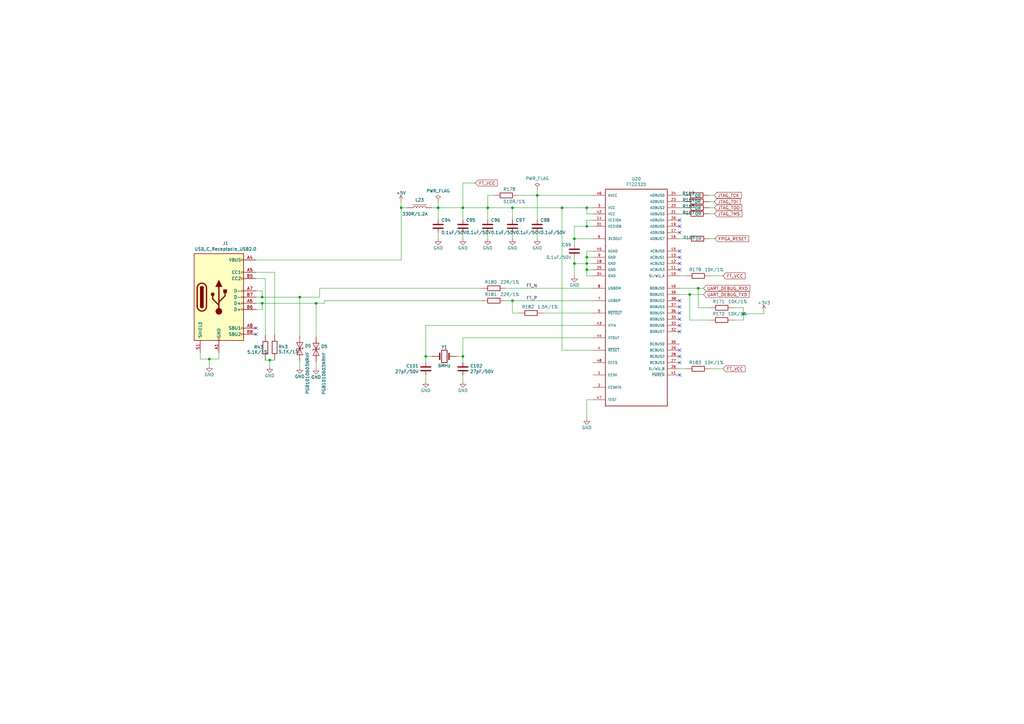
<source format=kicad_sch>
(kicad_sch (version 20230121) (generator eeschema)
  (paper "A3")
  (title_block (title "ПИР СЦХ-254 \"Карно\"\n(Karnix ASB-254)") (date "2023-12-04") (rev "V1.1") (company "ООО \"Фабмикро\"") (comment 1 "ФМТД.466961.029 Э3") (comment 2 "Залата Р.Н."))
  (lib_symbols
    (symbol "Connector:USB_C_Receptacle_USB2.0" (pin_names (offset 1.016))
      (property "Reference" "J" (at -10.16 19.05 0))
      (property "Value" "USB_C_Receptacle_USB2.0" (at 19.05 19.05 0))
      (symbol "USB_C_Receptacle_USB2.0_0_0"
        (rectangle (start -0.254 -17.78) (end 0.254 -16.764))
        (rectangle (start 10.16 -14.986) (end 9.144 -15.494))
        (rectangle (start 10.16 -12.446) (end 9.144 -12.954))
        (rectangle (start 10.16 -4.826) (end 9.144 -5.334))
        (rectangle (start 10.16 -2.286) (end 9.144 -2.794))
        (rectangle (start 10.16 0.254) (end 9.144 -0.254))
        (rectangle (start 10.16 2.794) (end 9.144 2.286))
        (rectangle (start 10.16 7.874) (end 9.144 7.366))
        (rectangle (start 10.16 10.414) (end 9.144 9.906))
        (rectangle (start 10.16 15.494) (end 9.144 14.986))
      )
      (symbol "USB_C_Receptacle_USB2.0_0_1"
        (rectangle (start -10.16 17.78) (end 10.16 -17.78) (stroke (width 0.254)) (fill (type background)))
        (arc (start -8.89 -3.81) (mid -6.985 -5.7067) (end -5.08 -3.81) (stroke (width 0.508)))
        (arc (start -7.62 -3.81) (mid -6.985 -4.4423) (end -6.35 -3.81) (stroke (width 0.254)))
        (arc (start -7.62 -3.81) (mid -6.985 -4.4423) (end -6.35 -3.81) (stroke (width 0.254)) (fill (type outline)))
        (rectangle (start -7.62 -3.81) (end -6.35 3.81) (stroke (width 0.254)) (fill (type outline)))
        (arc (start -6.35 3.81) (mid -6.985 4.4423) (end -7.62 3.81) (stroke (width 0.254)))
        (arc (start -6.35 3.81) (mid -6.985 4.4423) (end -7.62 3.81) (stroke (width 0.254)) (fill (type outline)))
        (arc (start -5.08 3.81) (mid -6.985 5.7067) (end -8.89 3.81) (stroke (width 0.508)))
        (circle (center -2.54 1.143) (radius 0.635) (stroke (width 0.254)) (fill (type outline)))
        (circle (center 0 -5.842) (radius 1.27) (fill (type outline)))
        (polyline (pts (xy -8.89 -3.81) (xy -8.89 3.81)) (stroke (width 0.508)))
        (polyline (pts (xy -5.08 3.81) (xy -5.08 -3.81)) (stroke (width 0.508)))
        (polyline (pts (xy 0 -5.842) (xy 0 4.318)) (stroke (width 0.508)))
        (polyline (pts (xy 0 -3.302) (xy -2.54 -0.762) (xy -2.54 0.508)) (stroke (width 0.508)))
        (polyline (pts (xy 0 -2.032) (xy 2.54 0.508) (xy 2.54 1.778)) (stroke (width 0.508)))
        (polyline (pts (xy -1.27 4.318) (xy 0 6.858) (xy 1.27 4.318) (xy -1.27 4.318)) (stroke (width 0.254)) (fill (type outline)))
        (rectangle (start 1.905 1.778) (end 3.175 3.048) (stroke (width 0.254)) (fill (type outline)))
      )
      (symbol "USB_C_Receptacle_USB2.0_1_1"
        (pin passive line (at 0 -22.86 90) (length 5.08) (name "GND") (number "A1"))
        (pin passive line (at 0 -22.86 90) (length 5.08) hide (name "GND") (number "A12"))
        (pin passive line (at 15.24 15.24 180) (length 5.08) (name "VBUS") (number "A4"))
        (pin bidirectional line (at 15.24 10.16 180) (length 5.08) (name "CC1") (number "A5"))
        (pin bidirectional line (at 15.24 -2.54 180) (length 5.08) (name "D+") (number "A6"))
        (pin bidirectional line (at 15.24 2.54 180) (length 5.08) (name "D-") (number "A7"))
        (pin bidirectional line (at 15.24 -12.7 180) (length 5.08) (name "SBU1") (number "A8"))
        (pin passive line (at 15.24 15.24 180) (length 5.08) hide (name "VBUS") (number "A9"))
        (pin passive line (at 0 -22.86 90) (length 5.08) hide (name "GND") (number "B1"))
        (pin passive line (at 0 -22.86 90) (length 5.08) hide (name "GND") (number "B12"))
        (pin passive line (at 15.24 15.24 180) (length 5.08) hide (name "VBUS") (number "B4"))
        (pin bidirectional line (at 15.24 7.62 180) (length 5.08) (name "CC2") (number "B5"))
        (pin bidirectional line (at 15.24 -5.08 180) (length 5.08) (name "D+") (number "B6"))
        (pin bidirectional line (at 15.24 0 180) (length 5.08) (name "D-") (number "B7"))
        (pin bidirectional line (at 15.24 -15.24 180) (length 5.08) (name "SBU2") (number "B8"))
        (pin passive line (at 15.24 15.24 180) (length 5.08) hide (name "VBUS") (number "B9"))
        (pin passive line (at -7.62 -22.86 90) (length 5.08) (name "SHIELD") (number "S1"))
      )
    )
    (symbol "Fabmicro:+3V3" (power) (pin_names (offset 0))
      (property "Value" "+3V3" (at 0 3.556 0))
      (symbol "+3V3_0_1"
        (polyline (pts (xy -0.762 1.27) (xy 0 2.54)))
        (polyline (pts (xy 0 0) (xy 0 2.54)))
        (polyline (pts (xy 0 2.54) (xy 0.762 1.27)))
      )
      (symbol "+3V3_1_1"
        (pin power_in line (at 0 0 90) (length 0) hide (name "+3V3") (number "1"))
      )
    )
    (symbol "Fabmicro:CapacitorUnpolarized" (pin_numbers hide) (pin_names (offset 0.254))
      (property "Reference" "C" (at -2.54 0.635 90))
      (property "Value" "CapacitorUnpolarized" (at 2.54 0.635 90))
      (symbol "CapacitorUnpolarized_0_1"
        (polyline (pts (xy -0.762 -2.032) (xy -0.762 2.032)) (stroke (width 0.508)))
        (polyline (pts (xy 0.762 -2.032) (xy 0.762 2.032)) (stroke (width 0.508)))
      )
      (symbol "CapacitorUnpolarized_1_1"
        (pin passive line (at -2.54 0 0) (length 1.524) (name "~") (number "1"))
        (pin passive line (at 2.54 0 180) (length 1.524) (name "~") (number "2"))
      )
    )
    (symbol "Fabmicro:Crystal" (pin_numbers hide) (pin_names (offset 1.016) hide)
      (property "Reference" "Y" (at 0 3.81 0))
      (property "Value" "Crystal" (at 0 -3.81 0))
      (symbol "Crystal_0_1"
        (rectangle (start -1.143 2.54) (end 1.143 -2.54) (stroke (width 0.3048)))
        (polyline (pts (xy -2.54 0) (xy -1.905 0)))
        (polyline (pts (xy -1.905 -1.27) (xy -1.905 1.27)) (stroke (width 0.508)))
        (polyline (pts (xy 1.905 -1.27) (xy 1.905 1.27)) (stroke (width 0.508)))
        (polyline (pts (xy 2.54 0) (xy 1.905 0)))
      )
      (symbol "Crystal_1_1"
        (pin passive line (at -5.08 0 0) (length 2.54) (name "1") (number "1"))
        (pin no_connect line (at 0 -2.54 90) (length 0) hide (name "2") (number "2"))
        (pin passive line (at 5.08 0 180) (length 2.54) (name "3") (number "3"))
        (pin no_connect line (at 0 2.54 270) (length 0) hide (name "4") (number "4"))
      )
    )
    (symbol "Fabmicro:FT2232D" (pin_names (offset 1.016))
      (property "Reference" "IC" (at 0 2.54 0))
      (property "Value" "FT2232D" (at 12.7 2.54 0))
      (symbol "FT2232D_1_0"
        (polyline (pts (xy 0 -88.9) (xy 0 0)) (stroke (width 0.254)))
        (polyline (pts (xy 0 0) (xy 25.4 0)) (stroke (width 0.254)))
        (polyline (pts (xy 25.4 -88.9) (xy 0 -88.9)) (stroke (width 0.254)))
        (polyline (pts (xy 25.4 0) (xy 25.4 -88.9)) (stroke (width 0.254)))
        (pin bidirectional line (at 30.48 -35.56 180) (length 5.08) (name "SI/WU_A") (number "10"))
        (pin bidirectional line (at 30.48 -27.94 180) (length 5.08) (name "ACBUS1") (number "13"))
        (pin bidirectional line (at 30.48 -20.32 180) (length 5.08) (name "ADBUS7") (number "16"))
        (pin power_in line (at -5.08 -30.48 0) (length 5.08) (name "GND") (number "18"))
        (pin bidirectional line (at -5.08 -81.28 0) (length 5.08) (name "EEDATA") (number "2"))
        (pin bidirectional line (at 30.48 -73.66 180) (length 5.08) (name "SI/WU_B") (number "26"))
        (pin bidirectional line (at 30.48 -68.58 180) (length 5.08) (name "BCBUS2") (number "28"))
        (pin bidirectional line (at 30.48 -63.5 180) (length 5.08) (name "BCBUS0") (number "30"))
        (pin power_in line (at -5.08 -35.56 0) (length 5.08) (name "GND") (number "34"))
        (pin bidirectional line (at 30.48 -53.34 180) (length 5.08) (name "BDBUS5") (number "35"))
        (pin bidirectional line (at -5.08 -45.72 0) (length 5.08) (name "USBDP") (number "7"))
        (pin power_in line (at -5.08 -27.94 0) (length 5.08) (name "GND") (number "9"))
      )
      (symbol "FT2232D_1_1"
        (pin output line (at -5.08 -76.2 0) (length 5.08) (name "EESK") (number "1"))
        (pin bidirectional line (at 30.48 -33.02 180) (length 5.08) (name "ACBUS3") (number "11"))
        (pin bidirectional line (at 30.48 -30.48 180) (length 5.08) (name "ACBUS2") (number "12"))
        (pin power_in line (at -5.08 -12.7 0) (length 5.08) (name "VCCIOA") (number "14"))
        (pin bidirectional line (at 30.48 -25.4 180) (length 5.08) (name "ACBUS0") (number "15"))
        (pin bidirectional line (at 30.48 -17.78 180) (length 5.08) (name "ADBUS6") (number "17"))
        (pin bidirectional line (at 30.48 -15.24 180) (length 5.08) (name "ADBUS5") (number "19"))
        (pin bidirectional line (at 30.48 -12.7 180) (length 5.08) (name "ADBUS4") (number "20"))
        (pin bidirectional line (at 30.48 -10.16 180) (length 5.08) (name "ADBUS3") (number "21"))
        (pin bidirectional line (at 30.48 -7.62 180) (length 5.08) (name "ADBUS2") (number "22"))
        (pin bidirectional line (at 30.48 -5.08 180) (length 5.08) (name "ADBUS1") (number "23"))
        (pin bidirectional line (at 30.48 -2.54 180) (length 5.08) (name "ADBUS0") (number "24"))
        (pin power_in line (at -5.08 -33.02 0) (length 5.08) (name "GND") (number "25"))
        (pin bidirectional line (at 30.48 -71.12 180) (length 5.08) (name "BCBUS3") (number "27"))
        (pin bidirectional line (at 30.48 -66.04 180) (length 5.08) (name "BCBUS1") (number "29"))
        (pin power_in line (at -5.08 -7.62 0) (length 5.08) (name "VCC") (number "3"))
        (pin power_in line (at -5.08 -15.24 0) (length 5.08) (name "VCCIOB") (number "31"))
        (pin bidirectional line (at 30.48 -58.42 180) (length 5.08) (name "BDBUS7") (number "32"))
        (pin bidirectional line (at 30.48 -55.88 180) (length 5.08) (name "BDBUS6") (number "33"))
        (pin bidirectional line (at 30.48 -50.8 180) (length 5.08) (name "BDBUS4") (number "36"))
        (pin bidirectional line (at 30.48 -48.26 180) (length 5.08) (name "BDBUS3") (number "37"))
        (pin bidirectional line (at 30.48 -45.72 180) (length 5.08) (name "BDBUS2") (number "38"))
        (pin bidirectional line (at 30.48 -43.18 180) (length 5.08) (name "BDBUS1") (number "39"))
        (pin input line (at -5.08 -66.04 0) (length 5.08) (name "~{RESET}") (number "4"))
        (pin bidirectional line (at 30.48 -40.64 180) (length 5.08) (name "BDBUS0") (number "40"))
        (pin output line (at 30.48 -76.2 180) (length 5.08) (name "~{PWREN}") (number "41"))
        (pin power_in line (at -5.08 -10.16 0) (length 5.08) (name "VCC") (number "42"))
        (pin input line (at -5.08 -55.88 0) (length 5.08) (name "XTIN") (number "43"))
        (pin output line (at -5.08 -60.96 0) (length 5.08) (name "XTOUT") (number "44"))
        (pin power_in line (at -5.08 -25.4 0) (length 5.08) (name "AGND") (number "45"))
        (pin power_in line (at -5.08 -2.54 0) (length 5.08) (name "AVCC") (number "46"))
        (pin input line (at -5.08 -86.36 0) (length 5.08) (name "TEST") (number "47"))
        (pin bidirectional line (at -5.08 -71.12 0) (length 5.08) (name "EECS") (number "48"))
        (pin output line (at -5.08 -50.8 0) (length 5.08) (name "~{RSTOUT}") (number "5"))
        (pin power_out line (at -5.08 -20.32 0) (length 5.08) (name "3V3OUT") (number "6"))
        (pin bidirectional line (at -5.08 -40.64 0) (length 5.08) (name "USBDM") (number "8"))
      )
    )
    (symbol "Fabmicro:Ferrite_Beads" (pin_numbers hide) (pin_names (offset 1.016) hide)
      (property "Reference" "L" (at 0 -1.27 0))
      (property "Value" "Ferrite_Beads" (at 0 2.794 0))
      (symbol "Ferrite_Beads_0_1"
        (arc (start -1.27 0) (mid -1.905 0.6323) (end -2.54 0))
        (arc (start 0 0) (mid -0.635 0.6323) (end -1.27 0))
        (polyline (pts (xy 2.794 1.27) (xy -2.794 1.27)))
        (arc (start 1.27 0) (mid 0.635 0.6323) (end 0 0))
        (arc (start 2.54 0) (mid 1.905 0.6323) (end 1.27 0))
      )
      (symbol "Ferrite_Beads_1_1"
        (pin passive line (at -5.08 0 0) (length 2.54) (name "1") (number "1"))
        (pin passive line (at 5.08 0 180) (length 2.54) (name "2") (number "2"))
      )
    )
    (symbol "Fabmicro:ProtectiveDiodeDA" (pin_numbers hide) (pin_names (offset 1.016) hide)
      (property "Reference" "D" (at 5.08 2.54 0))
      (property "Value" "ProtectiveDiodeDA" (at 6.35 -2.54 0))
      (symbol "ProtectiveDiodeDA_1_1"
        (polyline (pts (xy 2.54 0) (xy 5.08 0)))
        (polyline (pts (xy 7.62 0) (xy 5.08 0)))
        (polyline (pts (xy 2.54 -1.27) (xy 2.54 1.27) (xy 5.08 0) (xy 2.54 -1.27)) (stroke (width 0.2032)))
        (polyline (pts (xy 4.445 1.27) (xy 5.08 1.27) (xy 5.08 -1.27) (xy 5.715 -1.27)) (stroke (width 0.2032)))
        (polyline (pts (xy 7.62 1.27) (xy 7.62 -1.27) (xy 5.08 0) (xy 7.62 1.27)) (stroke (width 0.2032)))
        (pin passive line (at 0 0 0) (length 2.54) (name "K") (number "1"))
        (pin passive line (at 10.16 0 180) (length 2.54) (name "A") (number "2"))
      )
    )
    (symbol "Fabmicro:Resistor" (pin_numbers hide) (pin_names (offset 0))
      (property "Reference" "R" (at 0 2.032 0))
      (property "Value" "Resistor" (at 0 0 0))
      (symbol "Resistor_0_1"
        (rectangle (start 2.54 -1.016) (end -2.54 1.016) (stroke (width 0.254)))
      )
      (symbol "Resistor_1_1"
        (pin passive line (at -5.08 0 0) (length 2.54) (name "~") (number "1"))
        (pin passive line (at 5.08 0 180) (length 2.54) (name "~") (number "2"))
      )
    )
    (symbol "power:+5V" (power) (pin_names (offset 0))
      (property "Value" "+5V" (at 0 3.556 0))
      (symbol "+5V_0_1"
        (polyline (pts (xy -0.762 1.27) (xy 0 2.54)))
        (polyline (pts (xy 0 0) (xy 0 2.54)))
        (polyline (pts (xy 0 2.54) (xy 0.762 1.27)))
      )
      (symbol "+5V_1_1"
        (pin power_in line (at 0 0 90) (length 0) hide (name "+5V") (number "1"))
      )
    )
    (symbol "power:GND" (power) (pin_names (offset 0))
      (property "Value" "GND" (at 0 -3.81 0))
      (symbol "GND_0_1"
        (polyline (pts (xy 0 0) (xy 0 -1.27) (xy 1.27 -1.27) (xy 0 -2.54) (xy -1.27 -1.27) (xy 0 -1.27)))
      )
      (symbol "GND_1_1"
        (pin power_in line (at 0 0 270) (length 0) hide (name "GND") (number "1"))
      )
    )
    (symbol "power:PWR_FLAG" (power) (pin_numbers hide) (pin_names (offset 0) hide)
      (property "Value" "PWR_FLAG" (at 0 3.81 0))
      (symbol "PWR_FLAG_0_0"
        (pin power_out line (at 0 0 90) (length 0) (name "pwr") (number "1"))
      )
      (symbol "PWR_FLAG_0_1"
        (polyline (pts (xy 0 0) (xy 0 1.27) (xy -1.016 1.905) (xy 0 2.54) (xy 1.016 1.905) (xy 0 1.27)))
      )
    )
  )
  (junction (at 107.5529 121.8579))
  (junction (at 235.585 97.917))
  (junction (at 240.665 110.617))
  (junction (at 174.625 146.177))
  (junction (at 189.865 85.217))
  (junction (at 240.665 105.537))
  (junction (at 129.6431 124.3979))
  (junction (at 122.936 121.8579))
  (junction (at 210.185 85.217))
  (junction (at 179.705 85.217))
  (junction (at 200.025 85.217))
  (junction (at 240.665 85.217))
  (junction (at 235.585 108.077))
  (junction (at 304.8963 128.7282))
  (junction (at 240.665 92.837))
  (junction (at 107.5529 124.3979))
  (junction (at 85.852 147.2579))
  (junction (at 164.5334 85.217))
  (junction (at 230.505 85.217))
  (junction (at 210.185 123.317))
  (junction (at 220.345 80.137))
  (junction (at 240.665 108.077))
  (junction (at 189.865 146.177))
  (junction (at 110.617 147.701))
  (junction (at 286.3934 118.237))
  (junction (at 282.9168 120.777))
  (no_connect (at 278.765 95.377))
  (no_connect (at 278.765 146.177))
  (no_connect (at 278.765 143.637))
  (no_connect (at 105.0129 134.5579))
  (no_connect (at 278.765 110.617))
  (no_connect (at 105.0129 137.0979))
  (no_connect (at 278.765 92.837))
  (no_connect (at 278.765 136.017))
  (no_connect (at 278.765 133.477))
  (no_connect (at 278.765 108.077))
  (no_connect (at 278.765 130.937))
  (no_connect (at 278.765 102.997))
  (no_connect (at 278.765 123.317))
  (no_connect (at 278.765 153.797))
  (no_connect (at 278.765 128.397))
  (no_connect (at 278.765 90.297))
  (no_connect (at 278.765 125.857))
  (no_connect (at 278.765 148.717))
  (no_connect (at 278.765 105.537))
  (wire (pts (xy 207.645 123.317) (xy 210.185 123.317)))
  (wire (pts (xy 108.839 147.701) (xy 110.617 147.701)))
  (wire (pts (xy 210.185 128.397) (xy 212.725 128.397)))
  (wire (pts (xy 210.185 123.317) (xy 243.205 123.317)))
  (wire (pts (xy 278.765 82.677) (xy 280.82 82.677)))
  (wire (pts (xy 105.0129 114.2379) (xy 108.839 114.2379)))
  (wire (pts (xy 243.205 102.997) (xy 240.665 102.997)))
  (wire (pts (xy 174.625 156.337) (xy 174.625 153.797)))
  (wire (pts (xy 122.936 150.622) (xy 122.936 148.082)))
  (wire (pts (xy 131.064 118.237) (xy 197.485 118.237)))
  (wire (pts (xy 280.72 80.137) (xy 280.72 80.1)))
  (wire (pts (xy 107.5529 124.3979) (xy 129.6431 124.3979)))
  (wire (pts (xy 210.185 85.217) (xy 230.505 85.217)))
  (wire (pts (xy 177.165 146.177) (xy 174.625 146.177)))
  (wire (pts (xy 304.8963 128.7282) (xy 304.8963 131.262)))
  (wire (pts (xy 304.8963 126.238) (xy 304.8963 128.7282)))
  (wire (pts (xy 85.852 147.2579) (xy 82.1529 147.2579)))
  (wire (pts (xy 174.625 133.477) (xy 174.625 146.177)))
  (wire (pts (xy 207.645 118.237) (xy 243.205 118.237)))
  (wire (pts (xy 110.617 150.241) (xy 110.617 147.701)))
  (wire (pts (xy 187.325 146.177) (xy 189.865 146.177)))
  (wire (pts (xy 278.765 80.137) (xy 280.72 80.137)))
  (wire (pts (xy 240.665 108.077) (xy 240.665 110.617)))
  (wire (pts (xy 278.765 97.917) (xy 281.02 97.917)))
  (wire (pts (xy 293 82.7) (xy 290.98 82.7)))
  (wire (pts (xy 288.544 120.777) (xy 282.9168 120.777)))
  (wire (pts (xy 105.0129 121.8579) (xy 107.5529 121.8579)))
  (wire (pts (xy 82.1529 144.7179) (xy 82.1529 147.2579)))
  (wire (pts (xy 112.649 147.701) (xy 112.649 147.574)))
  (wire (pts (xy 105.0129 106.6179) (xy 164.5334 106.6179)))
  (wire (pts (xy 282.9168 120.777) (xy 278.765 120.777)))
  (wire (pts (xy 240.665 92.837) (xy 240.665 90.297)))
  (wire (pts (xy 179.705 85.217) (xy 179.705 90.297)))
  (wire (pts (xy 129.6431 124.3979) (xy 133.0609 124.3979)))
  (wire (pts (xy 89.7729 144.7179) (xy 89.7729 147.2579)))
  (wire (pts (xy 240.665 87.757) (xy 240.665 85.217)))
  (wire (pts (xy 110.617 147.701) (xy 112.649 147.701)))
  (wire (pts (xy 304.8963 131.262) (xy 301.0661 131.262)))
  (wire (pts (xy 122.936 137.922) (xy 122.936 121.8579)))
  (wire (pts (xy 200.025 97.917) (xy 200.025 95.377)))
  (wire (pts (xy 240.665 113.157) (xy 243.205 113.157)))
  (wire (pts (xy 243.205 143.637) (xy 230.505 143.637)))
  (wire (pts (xy 240.665 85.217) (xy 243.205 85.217)))
  (wire (pts (xy 212.725 80.137) (xy 220.345 80.137)))
  (wire (pts (xy 240.665 110.617) (xy 240.665 113.157)))
  (wire (pts (xy 174.625 146.177) (xy 174.625 148.717)))
  (wire (pts (xy 240.665 90.297) (xy 243.205 90.297)))
  (wire (pts (xy 230.505 143.637) (xy 230.505 85.217)))
  (wire (pts (xy 291.465 113.157) (xy 296.545 113.157)))
  (wire (pts (xy 200.025 80.137) (xy 200.025 85.217)))
  (wire (pts (xy 235.585 105.537) (xy 235.585 108.077)))
  (wire (pts (xy 222.885 128.397) (xy 243.205 128.397)))
  (wire (pts (xy 292.9 80.1) (xy 290.88 80.1)))
  (wire (pts (xy 194.945 75.057) (xy 189.865 75.057)))
  (wire (pts (xy 240.665 163.957) (xy 240.665 171.577)))
  (wire (pts (xy 189.865 156.337) (xy 189.865 153.797)))
  (wire (pts (xy 105.0129 119.3179) (xy 107.5529 119.3179)))
  (wire (pts (xy 107.5529 126.9379) (xy 107.5529 124.3979)))
  (wire (pts (xy 281.02 97.917) (xy 281.02 97.9)))
  (wire (pts (xy 164.5334 85.217) (xy 167.005 85.217)))
  (wire (pts (xy 202.565 80.137) (xy 200.025 80.137)))
  (wire (pts (xy 174.625 133.477) (xy 243.205 133.477)))
  (wire (pts (xy 164.465 85.217) (xy 164.465 82.677)))
  (wire (pts (xy 189.865 75.057) (xy 189.865 85.217)))
  (wire (pts (xy 304.8963 128.7282) (xy 313.309 128.7282)))
  (wire (pts (xy 290.9061 131.262) (xy 282.9168 131.262)))
  (wire (pts (xy 129.6431 150.8956) (xy 129.6431 148.3556)))
  (wire (pts (xy 179.705 85.217) (xy 179.705 82.677)))
  (wire (pts (xy 177.165 85.217) (xy 179.705 85.217)))
  (wire (pts (xy 105.0129 111.6979) (xy 112.649 111.6979)))
  (wire (pts (xy 243.205 105.537) (xy 240.665 105.537)))
  (wire (pts (xy 133.0609 123.317) (xy 197.485 123.317)))
  (wire (pts (xy 131.064 118.237) (xy 131.064 121.8579)))
  (wire (pts (xy 301.117 126.238) (xy 304.8963 126.238)))
  (wire (pts (xy 122.936 121.8579) (xy 131.064 121.8579)))
  (wire (pts (xy 164.465 85.217) (xy 164.5334 85.217)))
  (wire (pts (xy 240.665 163.957) (xy 243.205 163.957)))
  (wire (pts (xy 210.185 97.917) (xy 210.185 95.377)))
  (wire (pts (xy 293.2 97.9) (xy 291.18 97.9)))
  (wire (pts (xy 290.957 126.238) (xy 286.3934 126.238)))
  (wire (pts (xy 210.185 90.297) (xy 210.185 85.217)))
  (wire (pts (xy 281.305 151.257) (xy 278.765 151.257)))
  (wire (pts (xy 240.665 105.537) (xy 240.665 108.077)))
  (wire (pts (xy 280.82 87.757) (xy 280.82 87.7)))
  (wire (pts (xy 240.665 102.997) (xy 240.665 105.537)))
  (wire (pts (xy 286.3934 118.237) (xy 278.765 118.237)))
  (wire (pts (xy 85.852 149.86) (xy 85.852 147.2579)))
  (wire (pts (xy 278.765 87.757) (xy 280.82 87.757)))
  (wire (pts (xy 189.865 146.177) (xy 189.865 148.717)))
  (wire (pts (xy 105.0129 126.9379) (xy 107.5529 126.9379)))
  (wire (pts (xy 243.205 97.917) (xy 235.585 97.917)))
  (wire (pts (xy 288.544 118.237) (xy 286.3934 118.237)))
  (wire (pts (xy 200.025 85.217) (xy 210.185 85.217)))
  (wire (pts (xy 105.0129 124.3979) (xy 107.5529 124.3979)))
  (wire (pts (xy 235.585 97.917) (xy 235.585 100.457)))
  (wire (pts (xy 286.3934 126.238) (xy 286.3934 118.237)))
  (wire (pts (xy 280.82 82.677) (xy 280.82 82.7)))
  (wire (pts (xy 85.852 147.2579) (xy 89.7729 147.2579)))
  (wire (pts (xy 240.665 92.837) (xy 235.585 92.837)))
  (wire (pts (xy 291.465 151.257) (xy 296.545 151.257)))
  (wire (pts (xy 200.025 90.297) (xy 200.025 85.217)))
  (wire (pts (xy 293 87.7) (xy 290.98 87.7)))
  (wire (pts (xy 240.665 108.077) (xy 235.585 108.077)))
  (wire (pts (xy 220.345 97.917) (xy 220.345 95.377)))
  (wire (pts (xy 133.0609 124.3979) (xy 133.0609 123.317)))
  (wire (pts (xy 243.205 92.837) (xy 240.665 92.837)))
  (wire (pts (xy 189.865 138.557) (xy 243.205 138.557)))
  (wire (pts (xy 293 85.2) (xy 291.1 85.2)))
  (wire (pts (xy 189.865 138.557) (xy 189.865 146.177)))
  (wire (pts (xy 280.8413 85.217) (xy 278.765 85.217)))
  (wire (pts (xy 179.705 85.217) (xy 189.865 85.217)))
  (wire (pts (xy 291.1 85.2) (xy 291.1 85.217)))
  (wire (pts (xy 235.585 108.077) (xy 235.585 113.157)))
  (wire (pts (xy 108.839 137.541) (xy 108.839 114.2379)))
  (wire (pts (xy 220.345 90.297) (xy 220.345 80.137)))
  (wire (pts (xy 189.865 85.217) (xy 189.865 90.297)))
  (wire (pts (xy 164.5334 85.217) (xy 164.5334 106.6179)))
  (wire (pts (xy 282.9168 131.262) (xy 282.9168 120.777)))
  (wire (pts (xy 243.205 87.757) (xy 240.665 87.757)))
  (wire (pts (xy 230.505 85.217) (xy 240.665 85.217)))
  (wire (pts (xy 107.5529 119.3179) (xy 107.5529 121.8579)))
  (wire (pts (xy 243.205 108.077) (xy 240.665 108.077)))
  (wire (pts (xy 189.865 97.917) (xy 189.865 95.377)))
  (wire (pts (xy 243.205 110.617) (xy 240.665 110.617)))
  (wire (pts (xy 179.705 97.917) (xy 179.705 95.377)))
  (wire (pts (xy 220.345 80.137) (xy 243.205 80.137)))
  (wire (pts (xy 129.6431 138.1956) (xy 129.6431 124.3979)))
  (wire (pts (xy 291.1 85.217) (xy 291.0013 85.217)))
  (wire (pts (xy 235.585 92.837) (xy 235.585 97.917)))
  (wire (pts (xy 112.649 137.414) (xy 112.649 111.6979)))
  (wire (pts (xy 281.305 113.157) (xy 278.765 113.157)))
  (wire (pts (xy 313.309 128.7282) (xy 313.309 127.762)))
  (wire (pts (xy 210.185 123.317) (xy 210.185 128.397)))
  (wire (pts (xy 220.345 80.137) (xy 220.345 77.597)))
  (wire (pts (xy 189.865 85.217) (xy 200.025 85.217)))
  (wire (pts (xy 107.5529 121.8579) (xy 122.936 121.8579)))
  (label "FT_P" (at 220.345 123.317 180))
  (label "FT_N" (at 220.345 118.237 180))
  (global_label "FT_VCC" (shape input) (at 296.545 113.157 0) (property "Intersheetrefs" "${INTERSHEET_REFS}" (effects hide)))
  (global_label "UART_DEBUG_TXD" (shape input) (at 288.544 120.777 0) (property "Intersheetrefs" "${INTERSHEET_REFS}" (effects hide)))
  (global_label "JTAG_TCK" (shape input) (at 292.9 80.1 0) (property "Intersheetrefs" "${INTERSHEET_REFS}" (effects hide)))
  (global_label "UART_DEBUG_RXD" (shape input) (at 288.544 118.237 0) (property "Intersheetrefs" "${INTERSHEET_REFS}" (effects hide)))
  (global_label "FT_VCC" (shape input) (at 194.945 75.057 0) (property "Intersheetrefs" "${INTERSHEET_REFS}" (effects hide)))
  (global_label "FPGA_RESET" (shape input) (at 293.2 97.9 0) (property "Intersheetrefs" "${INTERSHEET_REFS}" (effects hide)))
  (global_label "FT_VCC" (shape input) (at 296.545 151.257 0) (property "Intersheetrefs" "${INTERSHEET_REFS}" (effects hide)))
  (global_label "JTAG_TMS" (shape input) (at 293 87.7 0) (property "Intersheetrefs" "${INTERSHEET_REFS}" (effects hide)))
  (global_label "JTAG_TDO" (shape input) (at 293 85.2 0) (property "Intersheetrefs" "${INTERSHEET_REFS}" (effects hide)))
  (global_label "JTAG_TDI" (shape input) (at 293 82.7 0) (property "Intersheetrefs" "${INTERSHEET_REFS}" (effects hide)))
  (symbol (lib_id "Fabmicro:Resistor") (at 202.565 123.317 0) (unit 1)
    (property "Reference" "R181" (at 198.755 120.777 0) (effects (justify left)))
    (property "Value" "22R/1%" (at 205.105 120.777 0) (effects (justify left)))
    (property "Footprint" "Resistor_SMD:R_0402_1005Metric" (effects hide))
    (property "Mfr. Part Number" "RC0402FR-0722RL" (effects hide))
    (property "Supplier" "Fabmicro" (effects hide))
  )
  (symbol (lib_id "power:GND") (at 174.625 156.337 0) (unit 1)
    (property "Reference" "#PWR0249" (effects hide))
    (property "Value" "GND" (at 174.625 160.147 0))
  )
  (symbol (lib_id "Fabmicro:Resistor") (at 285.8 80.1 0) (unit 1)
    (property "Reference" "R163" (at 279.7787 79.363 0) (effects (justify left)))
    (property "Value" "0R" (at 284.9 80.3 0) (effects (justify left)))
    (property "Footprint" "Resistor_SMD:R_0402_1005Metric" (effects hide))
    (property "Mfr. Part Number" "RC0402FR-070RL" (effects hide))
    (property "Supplier" "Fabmicro" (effects hide))
  )
  (symbol (lib_id "Fabmicro:Crystal") (at 182.245 146.177 0) (unit 1)
    (property "Reference" "Y1" (at 182.245 142.367 0))
    (property "Value" "6MHz" (at 182.245 149.987 0))
    (property "Footprint" "Fabmicro:Crystal_SMD_7050-4Pin_7.0x5.0mm" (effects hide))
    (property "Mfr. Part Number" "ECS-060-18-20BM-JEN-TR" (effects hide))
  )
  (symbol (lib_id "Fabmicro:Resistor") (at 296.037 126.238 0) (unit 1)
    (property "Reference" "R171" (at 292.227 123.698 0) (effects (justify left)))
    (property "Value" "10K/1%" (at 298.577 123.698 0) (effects (justify left)))
    (property "Footprint" "Resistor_SMD:R_0402_1005Metric" (effects hide))
    (property "Mfr. Part Number" "RC0402FR-0710KL" (effects hide))
    (property "Supplier" "Fabmicro" (effects hide))
  )
  (symbol (lib_id "power:GND") (at 85.852 149.86 0) (unit 1)
    (property "Reference" "#PWR044" (effects hide))
    (property "Value" "GND" (at 85.852 153.67 0))
    (instances (project "Karnix_ASB" (path "" (reference "#PWR044") (unit 1)) (path "" (reference "#PWR0239") (unit 1))))
  )
  (symbol (lib_id "power:PWR_FLAG") (at 179.705 82.677 0) (unit 1)
    (property "Reference" "#FLG09" (effects hide))
    (property "Value" "PWR_FLAG" (at 179.705 78.2828 0))
  )
  (symbol (lib_id "Fabmicro:Resistor") (at 207.645 80.137 0) (unit 1)
    (property "Reference" "R178" (at 206.375 77.597 0) (effects (justify left)))
    (property "Value" "510R/1%" (at 206.375 82.677 0) (effects (justify left)))
    (property "Footprint" "Resistor_SMD:R_0402_1005Metric" (effects hide))
    (property "Mfr. Part Number" "RC0402FR-07510RL" (effects hide))
    (property "Supplier" "Fabmicro" (effects hide))
  )
  (symbol (lib_id "Fabmicro:Resistor") (at 285.9 82.7 0) (unit 1)
    (property "Reference" "R164" (at 279.8787 82.023 0) (effects (justify left)))
    (property "Value" "0R" (at 284.8 82.7 0) (effects (justify left)))
    (property "Footprint" "Resistor_SMD:R_0402_1005Metric" (effects hide))
    (property "Mfr. Part Number" "RC0402FR-070RL" (effects hide))
    (property "Supplier" "Fabmicro" (effects hide))
  )
  (symbol (lib_id "Fabmicro:Resistor") (at 202.565 118.237 0) (unit 1)
    (property "Reference" "R180" (at 198.755 115.697 0) (effects (justify left)))
    (property "Value" "22R/1%" (at 205.105 115.697 0) (effects (justify left)))
    (property "Footprint" "Resistor_SMD:R_0402_1005Metric" (effects hide))
    (property "Mfr. Part Number" "RC0402FR-0722RL" (effects hide))
    (property "Supplier" "Fabmicro" (effects hide))
  )
  (symbol (lib_id "Fabmicro:Resistor") (at 286.1 97.9 0) (unit 1)
    (property "Reference" "R166" (at 280.0787 97.443 0) (effects (justify left)))
    (property "Value" "0R" (at 285.2 97.9 0) (effects (justify left)))
    (property "Footprint" "Resistor_SMD:R_0402_1005Metric" (effects hide))
    (property "Mfr. Part Number" "RC0402FR-070RL" (effects hide))
    (property "Supplier" "Fabmicro" (effects hide))
  )
  (symbol (lib_id "Connector:USB_C_Receptacle_USB2.0") (at 89.7729 121.8579 0) (unit 1)
    (property "Reference" "J1" (at 92.4907 99.8361 0))
    (property "Value" "USB_C_Receptacle_USB2.0" (at 92.4907 102.1475 0))
    (property "Footprint" "Connector_USB:USB_C_Receptacle_HRO_TYPE-C-31-M-12" (effects hide))
    (property "Datasheet" "https://www.usb.org/sites/default/files/documents/usb_type-c.zip" (effects hide))
    (property "Mfg_1" "Jing Extension of the Electronic Co." (effects hide))
    (property "Mfr. Part Number" "USB4105-GF-A" (effects hide))
  )
  (symbol (lib_id "Fabmicro:CapacitorUnpolarized") (at 189.865 151.257 270) (unit 1)
    (property "Reference" "C102" (at 192.786 150.0886 90) (effects (justify left)))
    (property "Value" "27pF/50V" (at 192.786 152.4 90) (effects (justify left)))
    (property "Footprint" "Fabmicro:C_0402_1005Metric" (effects hide))
    (property "Mfr. Part Number" "CC0402JRNPO9BN270" (effects hide))
    (property "Supplier" "Fabmicro" (effects hide))
  )
  (symbol (lib_id "Fabmicro:CapacitorUnpolarized") (at 200.025 92.837 270) (unit 1)
    (property "Reference" "C96" (at 201.295 90.297 90) (effects (justify left)))
    (property "Value" "0.1uF/50V" (at 201.295 95.377 90) (effects (justify left)))
    (property "Footprint" "Capacitor_SMD:C_0402_1005Metric" (effects hide))
    (property "Mfr. Part Number" "CC0402KRX7R9BB104" (effects hide))
    (property "Supplier" "Fabmicro" (effects hide))
  )
  (symbol (lib_id "power:GND") (at 129.6431 150.8956 0) (unit 1)
    (property "Reference" "#PWR0125" (effects hide))
    (property "Value" "GND" (at 129.6431 154.7056 0))
    (instances (project "Karnix_ASB" (path "" (reference "#PWR0125") (unit 1)) (path "" (reference "#PWR0140") (unit 1)) (path "" (reference "#PWR0240") (unit 1))))
  )
  (symbol (lib_id "power:GND") (at 240.665 171.577 0) (unit 1)
    (property "Reference" "#PWR0251" (effects hide))
    (property "Value" "GND" (at 240.665 175.387 0))
  )
  (symbol (lib_id "power:GND") (at 189.865 97.917 0) (unit 1)
    (property "Reference" "#PWR0242" (effects hide))
    (property "Value" "GND" (at 189.865 101.727 0))
  )
  (symbol (lib_id "Fabmicro:CapacitorUnpolarized") (at 210.185 92.837 270) (unit 1)
    (property "Reference" "C97" (at 211.455 90.297 90) (effects (justify left)))
    (property "Value" "0.1uF/50V" (at 211.455 95.377 90) (effects (justify left)))
    (property "Footprint" "Capacitor_SMD:C_0402_1005Metric" (effects hide))
    (property "Mfr. Part Number" "CC0402KRX7R9BB104" (effects hide))
    (property "Supplier" "Fabmicro" (effects hide))
  )
  (symbol (lib_id "Fabmicro:CapacitorUnpolarized") (at 179.705 92.837 270) (unit 1)
    (property "Reference" "C94" (at 180.975 90.297 90) (effects (justify left)))
    (property "Value" "0.1uF/50V" (at 180.975 95.377 90) (effects (justify left)))
    (property "Footprint" "Capacitor_SMD:C_0402_1005Metric" (effects hide))
    (property "Mfr. Part Number" "CC0402KRX7R9BB104" (effects hide))
    (property "Supplier" "Fabmicro" (effects hide))
  )
  (symbol (lib_id "Fabmicro:ProtectiveDiodeDA") (at 122.936 148.082 90) (unit 1)
    (property "Reference" "D5" (at 124.9426 141.8336 90) (effects (justify right)))
    (property "Value" "PGB1010603NRHF" (at 126.111 144.145 0) (effects (justify right)))
    (property "Footprint" "Fuse:Fuse_0603_1608Metric" (effects hide))
    (property "Mfr. Part Number" "PGB1010603NRHF" (effects hide))
    (property "Supplier" "Fabmicro" (effects hide))
    (instances (project "Karnix_ASB" (path "" (reference "D5") (unit 1)) (path "" (reference "D?") (unit 1)) (path "" (reference "D10") (unit 1)) (path "" (reference "D28") (unit 1))))
  )
  (symbol (lib_id "power:GND") (at 189.865 156.337 0) (unit 1)
    (property "Reference" "#PWR0250" (effects hide))
    (property "Value" "GND" (at 189.865 160.147 0))
  )
  (symbol (lib_id "Fabmicro:+3V3") (at 313.309 127.762 0) (unit 1)
    (property "Reference" "#PWR050" (effects hide))
    (property "Value" "+3V3" (at 313.309 124.1949 0))
    (instances (project "Karnix_ASB" (path "" (reference "#PWR050") (unit 1)) (path "" (reference "#PWR0246") (unit 1))))
  )
  (symbol (lib_id "Fabmicro:Resistor") (at 286.385 113.157 0) (unit 1)
    (property "Reference" "R179" (at 282.575 110.617 0) (effects (justify left)))
    (property "Value" "10K/1%" (at 288.925 110.617 0) (effects (justify left)))
    (property "Footprint" "Resistor_SMD:R_0402_1005Metric" (effects hide))
    (property "Mfr. Part Number" "RC0402FR-0710KL" (effects hide))
    (property "Supplier" "Fabmicro" (effects hide))
  )
  (symbol (lib_id "power:GND") (at 210.185 97.917 0) (unit 1)
    (property "Reference" "#PWR0244" (effects hide))
    (property "Value" "GND" (at 210.185 101.727 0))
  )
  (symbol (lib_id "Fabmicro:CapacitorUnpolarized") (at 189.865 92.837 270) (unit 1)
    (property "Reference" "C95" (at 191.135 90.297 90) (effects (justify left)))
    (property "Value" "0.1uF/50V" (at 191.135 95.377 90) (effects (justify left)))
    (property "Footprint" "Capacitor_SMD:C_0402_1005Metric" (effects hide))
    (property "Mfr. Part Number" "CC0402KRX7R9BB104" (effects hide))
    (property "Supplier" "Fabmicro" (effects hide))
  )
  (symbol (lib_id "Fabmicro:CapacitorUnpolarized") (at 220.345 92.837 270) (unit 1)
    (property "Reference" "C98" (at 221.615 90.297 90) (effects (justify left)))
    (property "Value" "0.1uF/50V" (at 221.615 95.377 90) (effects (justify left)))
    (property "Footprint" "Capacitor_SMD:C_0402_1005Metric" (effects hide))
    (property "Mfr. Part Number" "CC0402KRX7R9BB104" (effects hide))
    (property "Supplier" "Fabmicro" (effects hide))
  )
  (symbol (lib_id "power:GND") (at 220.345 97.917 0) (unit 1)
    (property "Reference" "#PWR0245" (effects hide))
    (property "Value" "GND" (at 220.345 101.727 0))
  )
  (symbol (lib_id "power:GND") (at 200.025 97.917 0) (unit 1)
    (property "Reference" "#PWR0243" (effects hide))
    (property "Value" "GND" (at 200.025 101.727 0))
  )
  (symbol (lib_id "Fabmicro:Resistor") (at 285.9213 85.217 0) (unit 1)
    (property "Reference" "R165" (at 279.9 84.6 0) (effects (justify left)))
    (property "Value" "0R" (at 284.9 85.3 0) (effects (justify left)))
    (property "Footprint" "Resistor_SMD:R_0402_1005Metric" (effects hide))
    (property "Mfr. Part Number" "RC0402FR-070RL" (effects hide))
    (property "Supplier" "Fabmicro" (effects hide))
  )
  (symbol (lib_id "power:GND") (at 179.705 97.917 0) (unit 1)
    (property "Reference" "#PWR0241" (effects hide))
    (property "Value" "GND" (at 179.705 101.727 0))
  )
  (symbol (lib_id "Fabmicro:Ferrite_Beads") (at 172.085 85.217 0) (mirror y) (unit 1)
    (property "Reference" "L23" (at 172.085 82.042 0))
    (property "Value" "330R/1.2A" (at 170.18 87.757 0))
    (property "Footprint" "Inductor_SMD:L_0603_1608Metric" (effects hide))
    (property "Mfr. Part Number" "BLM18PG331SN1D" (effects hide))
    (property "Supplier" "Fabmicro" (effects hide))
  )
  (symbol (lib_id "Fabmicro:Resistor") (at 295.9861 131.262 0) (unit 1)
    (property "Reference" "R172" (at 292.1761 128.722 0) (effects (justify left)))
    (property "Value" "10K/1%" (at 298.5261 128.722 0) (effects (justify left)))
    (property "Footprint" "Resistor_SMD:R_0402_1005Metric" (effects hide))
    (property "Mfr. Part Number" "RC0402FR-0710KL" (effects hide))
    (property "Supplier" "Fabmicro" (effects hide))
  )
  (symbol (lib_id "Fabmicro:CapacitorUnpolarized") (at 174.625 151.257 90) (mirror x) (unit 1)
    (property "Reference" "C101" (at 171.704 150.0886 90) (effects (justify left)))
    (property "Value" "27pF/50V" (at 171.704 152.4 90) (effects (justify left)))
    (property "Footprint" "Fabmicro:C_0402_1005Metric" (effects hide))
    (property "Mfr. Part Number" "CC0402JRNPO9BN270" (effects hide))
    (property "Supplier" "Fabmicro" (effects hide))
  )
  (symbol (lib_id "Fabmicro:Resistor") (at 112.649 142.494 270) (unit 1)
    (property "Reference" "R43" (at 114.173 142.24 90) (effects (justify left)))
    (property "Value" "5.1K/1%" (at 114.173 144.272 90) (effects (justify left)))
    (property "Footprint" "Fabmicro:R_0402_1005Metric" (effects hide))
    (property "Mfr. Part Number" "RC0402FR-075K1L" (effects hide))
    (property "Supplier" "Fabmicro" (effects hide))
    (instances (project "Karnix_ASB" (path "" (reference "R43") (unit 1)) (path "" (reference "R176") (unit 1))))
  )
  (symbol (lib_id "power:GND") (at 235.585 113.157 0) (unit 1)
    (property "Reference" "#PWR0248" (effects hide))
    (property "Value" "GND" (at 235.585 116.967 0))
  )
  (symbol (lib_id "Fabmicro:FT2232D") (at 248.285 77.597 0) (unit 1)
    (property "Reference" "U20" (at 260.985 73.3552 0))
    (property "Value" "FT2232D" (at 260.985 75.6666 0))
    (property "Footprint" "Fabmicro:LQFP-48_7x7mm_P0.5mm" (effects hide))
    (property "Поле4" "Future Technology Devices International Limited" (effects hide))
    (property "Поле5" "Available" (effects hide))
    (property "Поле7" "FT2232D" (effects hide))
    (property "Поле8" "48 pin LQFP Package" (effects hide))
    (property "Mfr. Part Number" "FT2232D" (effects hide))
    (property "Supplier" "Fabmicro" (effects hide))
  )
  (symbol (lib_id "power:GND") (at 110.617 150.241 0) (unit 1)
    (property "Reference" "#PWR044" (effects hide))
    (property "Value" "GND" (at 110.617 154.051 0))
    (instances (project "Karnix_ASB" (path "" (reference "#PWR044") (unit 1)) (path "" (reference "#PWR0236") (unit 1))))
  )
  (symbol (lib_id "Fabmicro:ProtectiveDiodeDA") (at 129.6431 148.3556 90) (unit 1)
    (property "Reference" "D5" (at 131.6497 142.1072 90) (effects (justify right)))
    (property "Value" "PGB1010603NRHF" (at 132.8181 144.4186 0) (effects (justify right)))
    (property "Footprint" "Fuse:Fuse_0603_1608Metric" (effects hide))
    (property "Mfr. Part Number" "PGB1010603NRHF" (effects hide))
    (property "Supplier" "Fabmicro" (effects hide))
    (instances (project "Karnix_ASB" (path "" (reference "D5") (unit 1)) (path "" (reference "D?") (unit 1)) (path "" (reference "D10") (unit 1)) (path "" (reference "D29") (unit 1))))
  )
  (symbol (lib_id "Fabmicro:Resistor") (at 286.385 151.257 0) (unit 1)
    (property "Reference" "R183" (at 282.575 148.717 0) (effects (justify left)))
    (property "Value" "10K/1%" (at 288.925 148.717 0) (effects (justify left)))
    (property "Footprint" "Resistor_SMD:R_0402_1005Metric" (effects hide))
    (property "Mfr. Part Number" "RC0402FR-0710KL" (effects hide))
    (property "Supplier" "Fabmicro" (effects hide))
  )
  (symbol (lib_id "Fabmicro:CapacitorUnpolarized") (at 235.585 102.997 90) (mirror x) (unit 1)
    (property "Reference" "C99" (at 234.315 100.457 90) (effects (justify left)))
    (property "Value" "0.1uF/50V" (at 234.315 105.537 90) (effects (justify left)))
    (property "Footprint" "Capacitor_SMD:C_0402_1005Metric" (effects hide))
    (property "Mfr. Part Number" "CC0402KRX7R9BB104" (effects hide))
    (property "Supplier" "Fabmicro" (effects hide))
  )
  (symbol (lib_id "power:+5V") (at 164.465 82.677 0) (unit 1)
    (property "Reference" "#PWR039" (effects hide))
    (property "Value" "+5V" (at 164.465 79.1099 0))
    (instances (project "Karnix_ASB" (path "" (reference "#PWR039") (unit 1)) (path "" (reference "#PWR0238") (unit 1))))
  )
  (symbol (lib_id "Fabmicro:Resistor") (at 217.805 128.397 0) (unit 1)
    (property "Reference" "R182" (at 213.995 125.857 0) (effects (justify left)))
    (property "Value" "1.5K/1%" (at 220.345 125.857 0) (effects (justify left)))
    (property "Footprint" "Resistor_SMD:R_0402_1005Metric" (effects hide))
    (property "Mfr. Part Number" "RC0402FR-071K5L" (effects hide))
    (property "Supplier" "Fabmicro" (effects hide))
  )
  (symbol (lib_id "power:PWR_FLAG") (at 220.345 77.597 0) (unit 1)
    (property "Reference" "#FLG08" (effects hide))
    (property "Value" "PWR_FLAG" (at 220.345 73.2028 0))
  )
  (symbol (lib_id "power:GND") (at 122.936 150.622 0) (unit 1)
    (property "Reference" "#PWR0125" (effects hide))
    (property "Value" "GND" (at 122.936 154.432 0))
    (instances (project "Karnix_ASB" (path "" (reference "#PWR0125") (unit 1)) (path "" (reference "#PWR0140") (unit 1)) (path "" (reference "#PWR0237") (unit 1))))
  )
  (symbol (lib_id "Fabmicro:Resistor") (at 285.9 87.7 0) (unit 1)
    (property "Reference" "R167" (at 279.8787 87.243 0) (effects (justify left)))
    (property "Value" "0R" (at 285 87.7 0) (effects (justify left)))
    (property "Footprint" "Resistor_SMD:R_0402_1005Metric" (effects hide))
    (property "Mfr. Part Number" "RC0402FR-070RL" (effects hide))
    (property "Supplier" "Fabmicro" (effects hide))
  )
  (symbol (lib_id "Fabmicro:Resistor") (at 108.839 142.621 270) (unit 1)
    (property "Reference" "R43" (at 104.14 142.367 90) (effects (justify left)))
    (property "Value" "5.1K/1%" (at 101.346 144.399 90) (effects (justify left)))
    (property "Footprint" "Fabmicro:R_0402_1005Metric" (effects hide))
    (property "Mfr. Part Number" "RC0402FR-075K1L" (effects hide))
    (property "Supplier" "Fabmicro" (effects hide))
    (instances (project "Karnix_ASB" (path "" (reference "R43") (unit 1)) (path "" (reference "R174") (unit 1))))
  )
)
</source>
